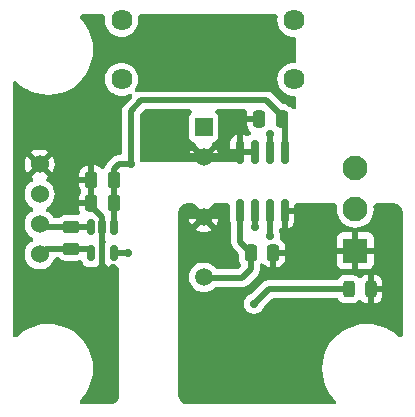
<source format=gtl>
G04 #@! TF.GenerationSoftware,KiCad,Pcbnew,8.0.7*
G04 #@! TF.CreationDate,2025-01-24T14:26:26+01:00*
G04 #@! TF.ProjectId,STM32F4_GateSignalGenerator_GateDriver,53544d33-3246-4345-9f47-617465536967,rev?*
G04 #@! TF.SameCoordinates,Original*
G04 #@! TF.FileFunction,Copper,L1,Top*
G04 #@! TF.FilePolarity,Positive*
%FSLAX46Y46*%
G04 Gerber Fmt 4.6, Leading zero omitted, Abs format (unit mm)*
G04 Created by KiCad (PCBNEW 8.0.7) date 2025-01-24 14:26:26*
%MOMM*%
%LPD*%
G01*
G04 APERTURE LIST*
G04 Aperture macros list*
%AMRoundRect*
0 Rectangle with rounded corners*
0 $1 Rounding radius*
0 $2 $3 $4 $5 $6 $7 $8 $9 X,Y pos of 4 corners*
0 Add a 4 corners polygon primitive as box body*
4,1,4,$2,$3,$4,$5,$6,$7,$8,$9,$2,$3,0*
0 Add four circle primitives for the rounded corners*
1,1,$1+$1,$2,$3*
1,1,$1+$1,$4,$5*
1,1,$1+$1,$6,$7*
1,1,$1+$1,$8,$9*
0 Add four rect primitives between the rounded corners*
20,1,$1+$1,$2,$3,$4,$5,0*
20,1,$1+$1,$4,$5,$6,$7,0*
20,1,$1+$1,$6,$7,$8,$9,0*
20,1,$1+$1,$8,$9,$2,$3,0*%
G04 Aperture macros list end*
G04 #@! TA.AperFunction,SMDPad,CuDef*
%ADD10RoundRect,0.243750X0.243750X0.456250X-0.243750X0.456250X-0.243750X-0.456250X0.243750X-0.456250X0*%
G04 #@! TD*
G04 #@! TA.AperFunction,SMDPad,CuDef*
%ADD11RoundRect,0.150000X-0.150000X0.512500X-0.150000X-0.512500X0.150000X-0.512500X0.150000X0.512500X0*%
G04 #@! TD*
G04 #@! TA.AperFunction,SMDPad,CuDef*
%ADD12RoundRect,0.250000X0.250000X0.475000X-0.250000X0.475000X-0.250000X-0.475000X0.250000X-0.475000X0*%
G04 #@! TD*
G04 #@! TA.AperFunction,SMDPad,CuDef*
%ADD13RoundRect,0.150000X-0.150000X0.825000X-0.150000X-0.825000X0.150000X-0.825000X0.150000X0.825000X0*%
G04 #@! TD*
G04 #@! TA.AperFunction,ComponentPad*
%ADD14C,1.785000*%
G04 #@! TD*
G04 #@! TA.AperFunction,ComponentPad*
%ADD15R,1.500000X1.500000*%
G04 #@! TD*
G04 #@! TA.AperFunction,ComponentPad*
%ADD16C,1.500000*%
G04 #@! TD*
G04 #@! TA.AperFunction,SMDPad,CuDef*
%ADD17RoundRect,0.250000X-0.450000X0.262500X-0.450000X-0.262500X0.450000X-0.262500X0.450000X0.262500X0*%
G04 #@! TD*
G04 #@! TA.AperFunction,ComponentPad*
%ADD18C,1.524000*%
G04 #@! TD*
G04 #@! TA.AperFunction,ComponentPad*
%ADD19R,2.100000X2.100000*%
G04 #@! TD*
G04 #@! TA.AperFunction,ComponentPad*
%ADD20C,2.100000*%
G04 #@! TD*
G04 #@! TA.AperFunction,ViaPad*
%ADD21C,0.700000*%
G04 #@! TD*
G04 #@! TA.AperFunction,Conductor*
%ADD22C,0.750000*%
G04 #@! TD*
G04 #@! TA.AperFunction,Conductor*
%ADD23C,0.500000*%
G04 #@! TD*
G04 APERTURE END LIST*
D10*
X148807500Y-116760000D03*
X146932500Y-116760000D03*
D11*
X127040000Y-111467500D03*
X126090000Y-111467500D03*
X125140000Y-111467500D03*
X125140000Y-113742500D03*
X127040000Y-113742500D03*
D12*
X140540000Y-113670000D03*
X138640000Y-113670000D03*
D13*
X141535000Y-105165000D03*
X140265000Y-105165000D03*
X138995000Y-105165000D03*
X137725000Y-105165000D03*
X137725000Y-110115000D03*
X138995000Y-110115000D03*
X140265000Y-110115000D03*
X141535000Y-110115000D03*
D12*
X141250000Y-102340000D03*
X139350000Y-102340000D03*
D14*
X127700000Y-99000000D03*
X127700000Y-94000000D03*
D15*
X134659700Y-103062500D03*
D16*
X134659700Y-105602500D03*
X134659700Y-110682500D03*
X134659700Y-115762500D03*
D14*
X142300000Y-99000000D03*
X142300000Y-94000000D03*
D17*
X123440000Y-111505000D03*
X123440000Y-113330000D03*
D12*
X127040988Y-107515907D03*
X125140988Y-107515907D03*
D18*
X120775000Y-113830000D03*
X120775000Y-111290000D03*
X120775000Y-108750000D03*
X120775000Y-106210000D03*
D19*
X147500000Y-113500000D03*
D20*
X147500000Y-110000000D03*
X147500000Y-106500000D03*
D12*
X127040000Y-109480000D03*
X125140000Y-109480000D03*
D21*
X133000000Y-116000000D03*
X145000000Y-126000000D03*
X139000000Y-126000000D03*
X147671896Y-119200000D03*
X136500000Y-110500000D03*
X145065352Y-120704889D03*
X133000000Y-121000000D03*
X140500000Y-115500000D03*
X149500000Y-113500000D03*
X141000000Y-118000000D03*
X133000000Y-125000000D03*
X146235948Y-119722642D03*
X141000000Y-126000000D03*
X133000000Y-120000000D03*
X151000000Y-117000000D03*
X151000000Y-120000000D03*
X133000000Y-115000000D03*
X133000000Y-123000000D03*
X136000000Y-126000000D03*
X144000000Y-126000000D03*
X151000000Y-114000000D03*
X133000000Y-124000000D03*
X151000000Y-116000000D03*
X143500000Y-113500000D03*
X133000000Y-117000000D03*
X145500000Y-113500000D03*
X137000000Y-126000000D03*
X143500000Y-110000000D03*
X144035948Y-123533154D03*
X151000000Y-119000000D03*
X133000000Y-118000000D03*
X140000000Y-126000000D03*
X133000000Y-112000000D03*
X144301300Y-122028265D03*
X143000000Y-126000000D03*
X138000000Y-126000000D03*
X151000000Y-115000000D03*
X133000000Y-110500000D03*
X133000000Y-122000000D03*
X151000000Y-112000000D03*
X133000000Y-114000000D03*
X144301300Y-125038043D03*
X145500000Y-115500000D03*
X151000000Y-113000000D03*
X133000000Y-113000000D03*
X145000000Y-110000000D03*
X135000000Y-126000000D03*
X133000000Y-119000000D03*
X151000000Y-118000000D03*
X142000000Y-126000000D03*
X134000000Y-126000000D03*
X149200000Y-119200000D03*
X145500000Y-118000000D03*
X133000000Y-126000000D03*
X136500000Y-114000000D03*
X137000000Y-99500000D03*
X119000000Y-101000000D03*
X127000000Y-125000000D03*
X119000000Y-109000000D03*
X119000000Y-103000000D03*
X124870596Y-120682247D03*
X119000000Y-113000000D03*
X127000000Y-120000000D03*
X136800000Y-102300000D03*
X127000000Y-117000000D03*
X119000000Y-100000000D03*
X139000000Y-94000000D03*
X119000000Y-115000000D03*
X132000000Y-94000000D03*
X120735948Y-119177358D03*
X120735948Y-100833154D03*
X127000000Y-118000000D03*
X125900000Y-123510512D03*
X119000000Y-111000000D03*
X134000000Y-94000000D03*
X119000000Y-118000000D03*
X119000000Y-102000000D03*
X125634648Y-125015401D03*
X125000000Y-126000000D03*
X119000000Y-105000000D03*
X136000000Y-94000000D03*
X119000000Y-107000000D03*
X127000000Y-119000000D03*
X119000000Y-104000000D03*
X138000000Y-94000000D03*
X119000000Y-117000000D03*
X119000000Y-108000000D03*
X127000000Y-123000000D03*
X122264052Y-100833154D03*
X119000000Y-116000000D03*
X137000000Y-94000000D03*
X138500000Y-99500000D03*
X127000000Y-124000000D03*
X131000000Y-94000000D03*
X135500000Y-99500000D03*
X119000000Y-110000000D03*
X140000000Y-94000000D03*
X126000000Y-126000000D03*
X134000000Y-99500000D03*
X119000000Y-114000000D03*
X135000000Y-94000000D03*
X125634648Y-122005623D03*
X137900000Y-102300000D03*
X123700000Y-119700000D03*
X119000000Y-112000000D03*
X119000000Y-106000000D03*
X127000000Y-122000000D03*
X119000000Y-120000000D03*
X119000000Y-119000000D03*
X133000000Y-94000000D03*
X122000000Y-110000000D03*
X142000000Y-101000000D03*
X127000000Y-116000000D03*
X122000000Y-115000000D03*
X127000000Y-126000000D03*
X127000000Y-115000000D03*
X127000000Y-121000000D03*
X122264052Y-119177358D03*
X128480000Y-106200000D03*
X140270000Y-112300000D03*
X138995000Y-111535000D03*
X138920000Y-118000000D03*
X140260000Y-103640000D03*
X128280000Y-113710000D03*
D22*
X133130100Y-110369900D02*
X133000000Y-110500000D01*
X136369900Y-110369900D02*
X133130100Y-110369900D01*
X136500000Y-110500000D02*
X136369900Y-110369900D01*
D23*
X137725000Y-112755000D02*
X138640000Y-113670000D01*
X137725000Y-110115000D02*
X137725000Y-112755000D01*
X138640000Y-115080000D02*
X137920000Y-115800000D01*
X134697200Y-115800000D02*
X134659700Y-115762500D01*
X138640000Y-113670000D02*
X138640000Y-115080000D01*
X137920000Y-115800000D02*
X134697200Y-115800000D01*
X125140000Y-107516895D02*
X125140988Y-107515907D01*
X126090000Y-115200000D02*
X126090000Y-115590000D01*
D22*
X132102500Y-105602500D02*
X132100000Y-105600000D01*
X134659700Y-105602500D02*
X132102500Y-105602500D01*
X137597500Y-105602500D02*
X137600000Y-105600000D01*
X134659700Y-105602500D02*
X137597500Y-105602500D01*
D23*
X126090000Y-111467500D02*
X126090000Y-115200000D01*
X126090000Y-110660000D02*
X125140000Y-109710000D01*
X126090000Y-111467500D02*
X126090000Y-110660000D01*
X125140000Y-109710000D02*
X125140000Y-109480000D01*
X128480000Y-101700000D02*
X129390000Y-100790000D01*
X139960000Y-100790000D02*
X141250000Y-102080000D01*
X128480000Y-106200000D02*
X127460000Y-106200000D01*
X129390000Y-100790000D02*
X139960000Y-100790000D01*
X141535000Y-105165000D02*
X141535000Y-102625000D01*
X127040988Y-109479012D02*
X127040000Y-109480000D01*
X128480000Y-106200000D02*
X128480000Y-101700000D01*
X127040988Y-107515907D02*
X127040988Y-109479012D01*
X141250000Y-102080000D02*
X141250000Y-102340000D01*
X141535000Y-102625000D02*
X141250000Y-102340000D01*
X127040988Y-106619012D02*
X127040988Y-107515907D01*
X127460000Y-106200000D02*
X127040988Y-106619012D01*
X127040000Y-109480000D02*
X127040000Y-111467500D01*
X140265000Y-112295000D02*
X140270000Y-112300000D01*
X140265000Y-110115000D02*
X140265000Y-112295000D01*
X138995000Y-110115000D02*
X138995000Y-111535000D01*
X140160000Y-116760000D02*
X138920000Y-118000000D01*
X146932500Y-116760000D02*
X140160000Y-116760000D01*
X125140000Y-111467500D02*
X123477500Y-111467500D01*
X123477500Y-111467500D02*
X123440000Y-111505000D01*
X123440000Y-111505000D02*
X120990000Y-111505000D01*
X120990000Y-111505000D02*
X120775000Y-111290000D01*
X123440000Y-113330000D02*
X121275000Y-113330000D01*
X123440000Y-113330000D02*
X125150000Y-113330000D01*
X121275000Y-113330000D02*
X120775000Y-113830000D01*
X128247500Y-113742500D02*
X127040000Y-113742500D01*
X128280000Y-113710000D02*
X128247500Y-113742500D01*
X140265000Y-104190001D02*
X140260000Y-104185001D01*
X140260000Y-104185001D02*
X140260000Y-103640000D01*
X140265000Y-105165000D02*
X140265000Y-104190001D01*
G04 #@! TA.AperFunction,Conductor*
G36*
X133871697Y-109538006D02*
G01*
X133892205Y-109566232D01*
X133894596Y-109563842D01*
X134527016Y-110196262D01*
X134376473Y-110258620D01*
X134235820Y-110399273D01*
X134173463Y-110549816D01*
X133616715Y-109993068D01*
X133544749Y-110097331D01*
X133544749Y-110097332D01*
X133437110Y-110381153D01*
X133437108Y-110381158D01*
X133400519Y-110682500D01*
X133437108Y-110983841D01*
X133437110Y-110983846D01*
X133544748Y-111267666D01*
X133544753Y-111267675D01*
X133616714Y-111371929D01*
X133616715Y-111371930D01*
X134173462Y-110815182D01*
X134235820Y-110965727D01*
X134376473Y-111106380D01*
X134527016Y-111168736D01*
X133965759Y-111729992D01*
X133965759Y-111729993D01*
X134213188Y-111859854D01*
X134507925Y-111932500D01*
X134811475Y-111932500D01*
X135106216Y-111859853D01*
X135106217Y-111859853D01*
X135353639Y-111729995D01*
X135353639Y-111729993D01*
X134792383Y-111168736D01*
X134942927Y-111106380D01*
X135083580Y-110965727D01*
X135145937Y-110815183D01*
X135702684Y-111371930D01*
X135774648Y-111267672D01*
X135774650Y-111267668D01*
X135882289Y-110983846D01*
X135882291Y-110983841D01*
X135918880Y-110682500D01*
X135882291Y-110381158D01*
X135882289Y-110381153D01*
X135774651Y-110097333D01*
X135774646Y-110097324D01*
X135702683Y-109993068D01*
X135145936Y-110549816D01*
X135083580Y-110399273D01*
X134942927Y-110258620D01*
X134792383Y-110196263D01*
X135424803Y-109563842D01*
X135428472Y-109567511D01*
X135475387Y-109521153D01*
X135564671Y-109500000D01*
X136725500Y-109500000D01*
X136842469Y-109538006D01*
X136914760Y-109637506D01*
X136924500Y-109699000D01*
X136924500Y-111016231D01*
X136936971Y-111110956D01*
X136936973Y-111110964D01*
X136955854Y-111151452D01*
X136974500Y-111235555D01*
X136974500Y-112656195D01*
X136974500Y-112853805D01*
X137025645Y-113044683D01*
X137124451Y-113215818D01*
X137124457Y-113215825D01*
X137581214Y-113672581D01*
X137637050Y-113782164D01*
X137639500Y-113813295D01*
X137639500Y-114216220D01*
X137660754Y-114362105D01*
X137660755Y-114362108D01*
X137770760Y-114587126D01*
X137770761Y-114587128D01*
X137780419Y-114596786D01*
X137836255Y-114706370D01*
X137817015Y-114827844D01*
X137780419Y-114878214D01*
X137667419Y-114991214D01*
X137557835Y-115047050D01*
X137526705Y-115049500D01*
X135791467Y-115049500D01*
X135674498Y-115011494D01*
X135627693Y-114963544D01*
X135602592Y-114927179D01*
X135602586Y-114927172D01*
X135451051Y-114792924D01*
X135375283Y-114725800D01*
X135375282Y-114725799D01*
X135154894Y-114610131D01*
X135106390Y-114584674D01*
X134811538Y-114512000D01*
X134507862Y-114512000D01*
X134213010Y-114584674D01*
X133944117Y-114725799D01*
X133944115Y-114725801D01*
X133716813Y-114927172D01*
X133544304Y-115177095D01*
X133544301Y-115177099D01*
X133436619Y-115461034D01*
X133436619Y-115461036D01*
X133400015Y-115762499D01*
X133400015Y-115762500D01*
X133436619Y-116063963D01*
X133436619Y-116063965D01*
X133544301Y-116347900D01*
X133544303Y-116347902D01*
X133544304Y-116347905D01*
X133716812Y-116597826D01*
X133944117Y-116799200D01*
X134213010Y-116940326D01*
X134507862Y-117013000D01*
X134507864Y-117013000D01*
X134811536Y-117013000D01*
X134811538Y-117013000D01*
X135106390Y-116940326D01*
X135375283Y-116799200D01*
X135599518Y-116600546D01*
X135712273Y-116551429D01*
X135731479Y-116550500D01*
X138018803Y-116550500D01*
X138018805Y-116550500D01*
X138209683Y-116499355D01*
X138380818Y-116400549D01*
X139240549Y-115540818D01*
X139339355Y-115369682D01*
X139390500Y-115178805D01*
X139390500Y-114981195D01*
X139390500Y-114788295D01*
X139428506Y-114671326D01*
X139448786Y-114647581D01*
X139449640Y-114646727D01*
X139559224Y-114590891D01*
X139680698Y-114610131D01*
X139731068Y-114646727D01*
X139848165Y-114763824D01*
X140073042Y-114873760D01*
X140218824Y-114895000D01*
X140290000Y-114895000D01*
X140790000Y-114895000D01*
X140861176Y-114895000D01*
X141006957Y-114873760D01*
X141231834Y-114763824D01*
X141408824Y-114586834D01*
X141518760Y-114361957D01*
X141540000Y-114216175D01*
X141540000Y-113920000D01*
X140790000Y-113920000D01*
X140790000Y-114895000D01*
X140290000Y-114895000D01*
X140290000Y-113869000D01*
X140328006Y-113752031D01*
X140427506Y-113679740D01*
X140489000Y-113670000D01*
X140540000Y-113670000D01*
X140540000Y-113619000D01*
X140578006Y-113502031D01*
X140677506Y-113429740D01*
X140739000Y-113420000D01*
X141540000Y-113420000D01*
X141540000Y-113123824D01*
X141518760Y-112978042D01*
X141408824Y-112753165D01*
X141231834Y-112576175D01*
X141231828Y-112576171D01*
X141229903Y-112575230D01*
X141228193Y-112573575D01*
X141218412Y-112566592D01*
X141219459Y-112565125D01*
X141141512Y-112489713D01*
X141125912Y-112400752D01*
X145950000Y-112400752D01*
X145950000Y-113250000D01*
X146894057Y-113250000D01*
X146850000Y-113414426D01*
X146850000Y-113585574D01*
X146894057Y-113750000D01*
X145950000Y-113750000D01*
X145950000Y-114599247D01*
X145979010Y-114745090D01*
X145979010Y-114745091D01*
X146089519Y-114910479D01*
X146089520Y-114910480D01*
X146254908Y-115020989D01*
X146400753Y-115050000D01*
X147250000Y-115050000D01*
X147250000Y-114105942D01*
X147414426Y-114150000D01*
X147585574Y-114150000D01*
X147750000Y-114105942D01*
X147750000Y-115050000D01*
X148599247Y-115050000D01*
X148745090Y-115020989D01*
X148745091Y-115020989D01*
X148910479Y-114910480D01*
X148910480Y-114910479D01*
X149020989Y-114745091D01*
X149020989Y-114745090D01*
X149050000Y-114599247D01*
X149050000Y-113750000D01*
X148105943Y-113750000D01*
X148150000Y-113585574D01*
X148150000Y-113414426D01*
X148105943Y-113250000D01*
X149050000Y-113250000D01*
X149050000Y-112400752D01*
X149020989Y-112254909D01*
X149020989Y-112254908D01*
X148910480Y-112089520D01*
X148910479Y-112089519D01*
X148745091Y-111979010D01*
X148599247Y-111950000D01*
X147750000Y-111950000D01*
X147750000Y-112894057D01*
X147585574Y-112850000D01*
X147414426Y-112850000D01*
X147250000Y-112894057D01*
X147250000Y-111950000D01*
X146400753Y-111950000D01*
X146254909Y-111979010D01*
X146254908Y-111979010D01*
X146089520Y-112089519D01*
X146089519Y-112089520D01*
X145979010Y-112254908D01*
X145979010Y-112254909D01*
X145950000Y-112400752D01*
X141125912Y-112400752D01*
X141120269Y-112368572D01*
X141120756Y-112365321D01*
X141122556Y-112353957D01*
X141131102Y-112300000D01*
X141088957Y-112033905D01*
X141060987Y-111979010D01*
X141037190Y-111932306D01*
X141015500Y-111841962D01*
X141015500Y-111778297D01*
X141053506Y-111661328D01*
X141153006Y-111589037D01*
X141240473Y-111580999D01*
X141285000Y-111586860D01*
X141785000Y-111586860D01*
X141855827Y-111577537D01*
X142063576Y-111480661D01*
X142225660Y-111318577D01*
X142225662Y-111318574D01*
X142322535Y-111110830D01*
X142322537Y-111110824D01*
X142334999Y-111016167D01*
X142335000Y-111016164D01*
X142335000Y-110365000D01*
X141785000Y-110365000D01*
X141785000Y-111586860D01*
X141285000Y-111586860D01*
X141285000Y-110314000D01*
X141323006Y-110197031D01*
X141422506Y-110124740D01*
X141484000Y-110115000D01*
X141535000Y-110115000D01*
X141535000Y-110064000D01*
X141573006Y-109947031D01*
X141672506Y-109874740D01*
X141734000Y-109865000D01*
X142335000Y-109865000D01*
X142335000Y-109699000D01*
X142373006Y-109582031D01*
X142472506Y-109509740D01*
X142534000Y-109500000D01*
X145773345Y-109500000D01*
X145890314Y-109538006D01*
X145962605Y-109637506D01*
X145971093Y-109721275D01*
X145939689Y-110000000D01*
X145978809Y-110347202D01*
X145978809Y-110347204D01*
X145978810Y-110347205D01*
X146094207Y-110676992D01*
X146094207Y-110676993D01*
X146140681Y-110750955D01*
X146280100Y-110972838D01*
X146280103Y-110972841D01*
X146280103Y-110972842D01*
X146527157Y-111219896D01*
X146527159Y-111219897D01*
X146527162Y-111219900D01*
X146823006Y-111405792D01*
X147152798Y-111521191D01*
X147500000Y-111560311D01*
X147847202Y-111521191D01*
X148176994Y-111405792D01*
X148472838Y-111219900D01*
X148719900Y-110972838D01*
X148905792Y-110676994D01*
X149021191Y-110347202D01*
X149060311Y-110000000D01*
X149028906Y-109721277D01*
X149053576Y-109600792D01*
X149144356Y-109517815D01*
X149226655Y-109500000D01*
X150734338Y-109500000D01*
X150765468Y-109502450D01*
X150795507Y-109507207D01*
X150950635Y-109531777D01*
X151009844Y-109551016D01*
X151042218Y-109567511D01*
X151162756Y-109628928D01*
X151213126Y-109665524D01*
X151334475Y-109786873D01*
X151371071Y-109837243D01*
X151448982Y-109990152D01*
X151468222Y-110049365D01*
X151497550Y-110234531D01*
X151500000Y-110265662D01*
X151500000Y-120659252D01*
X151461994Y-120776221D01*
X151362494Y-120848512D01*
X151239506Y-120848512D01*
X151160286Y-120799966D01*
X150988477Y-120628157D01*
X150988473Y-120628154D01*
X150988471Y-120628152D01*
X150842173Y-120518635D01*
X150554435Y-120303236D01*
X150078579Y-120043399D01*
X150078575Y-120043397D01*
X149570590Y-119853929D01*
X149570588Y-119853928D01*
X149570584Y-119853927D01*
X149188085Y-119770719D01*
X149040797Y-119738679D01*
X148500000Y-119700000D01*
X147959202Y-119738679D01*
X147664624Y-119802760D01*
X147429416Y-119853927D01*
X147429413Y-119853927D01*
X147429413Y-119853928D01*
X147429409Y-119853929D01*
X146921424Y-120043397D01*
X146921420Y-120043399D01*
X146445564Y-120303236D01*
X146011522Y-120628157D01*
X145628157Y-121011522D01*
X145303236Y-121445564D01*
X145043399Y-121921420D01*
X145043397Y-121921424D01*
X144853929Y-122429409D01*
X144853927Y-122429413D01*
X144853927Y-122429416D01*
X144738679Y-122959204D01*
X144700000Y-123500000D01*
X144738679Y-124040796D01*
X144853927Y-124570584D01*
X144853928Y-124570586D01*
X144853929Y-124570590D01*
X145043397Y-125078575D01*
X145043399Y-125078579D01*
X145303236Y-125554435D01*
X145461213Y-125765467D01*
X145628152Y-125988471D01*
X145628154Y-125988473D01*
X145628157Y-125988477D01*
X145799966Y-126160286D01*
X145855802Y-126269870D01*
X145836562Y-126391344D01*
X145749596Y-126478310D01*
X145659252Y-126500000D01*
X133265662Y-126500000D01*
X133234531Y-126497550D01*
X133049365Y-126468222D01*
X132990152Y-126448982D01*
X132837243Y-126371071D01*
X132786873Y-126334475D01*
X132665524Y-126213126D01*
X132628928Y-126162756D01*
X132551016Y-126009844D01*
X132531777Y-125950633D01*
X132502450Y-125765467D01*
X132500000Y-125734337D01*
X132500000Y-117999999D01*
X138058898Y-117999999D01*
X138058898Y-118000000D01*
X138101042Y-118266091D01*
X138101044Y-118266098D01*
X138223353Y-118506143D01*
X138413856Y-118696646D01*
X138653901Y-118818955D01*
X138653905Y-118818957D01*
X138853476Y-118850565D01*
X138919999Y-118861102D01*
X138920000Y-118861102D01*
X138920001Y-118861102D01*
X138973219Y-118852673D01*
X139186095Y-118818957D01*
X139426143Y-118696646D01*
X139616646Y-118506143D01*
X139746068Y-118252140D01*
X139749440Y-118253858D01*
X139784138Y-118197227D01*
X140412581Y-117568786D01*
X140522165Y-117512950D01*
X140553295Y-117510500D01*
X145879953Y-117510500D01*
X145996922Y-117548506D01*
X146058730Y-117622096D01*
X146074668Y-117654696D01*
X146250304Y-117830332D01*
X146473452Y-117939423D01*
X146618116Y-117960500D01*
X147246884Y-117960500D01*
X147391548Y-117939423D01*
X147614696Y-117830332D01*
X147729639Y-117715389D01*
X147839223Y-117659553D01*
X147960697Y-117678793D01*
X148011067Y-117715389D01*
X148125597Y-117829919D01*
X148125599Y-117829920D01*
X148348598Y-117938937D01*
X148348596Y-117938937D01*
X148493159Y-117959998D01*
X148493172Y-117959999D01*
X148557500Y-117959999D01*
X149057500Y-117959999D01*
X149121834Y-117959999D01*
X149266400Y-117938937D01*
X149266404Y-117938936D01*
X149489400Y-117829920D01*
X149489402Y-117829919D01*
X149664919Y-117654402D01*
X149664920Y-117654400D01*
X149773937Y-117431402D01*
X149795000Y-117286834D01*
X149795000Y-117010000D01*
X149057500Y-117010000D01*
X149057500Y-117959999D01*
X148557500Y-117959999D01*
X148557500Y-116510000D01*
X149057500Y-116510000D01*
X149794999Y-116510000D01*
X149794999Y-116233166D01*
X149773937Y-116088599D01*
X149773936Y-116088595D01*
X149664920Y-115865599D01*
X149664919Y-115865597D01*
X149489402Y-115690080D01*
X149489400Y-115690079D01*
X149266401Y-115581062D01*
X149266403Y-115581062D01*
X149121835Y-115560000D01*
X149057500Y-115560000D01*
X149057500Y-116510000D01*
X148557500Y-116510000D01*
X148557500Y-115560000D01*
X148493165Y-115560000D01*
X148348599Y-115581062D01*
X148348595Y-115581063D01*
X148125599Y-115690079D01*
X148125597Y-115690080D01*
X148011067Y-115804611D01*
X147901483Y-115860447D01*
X147780009Y-115841207D01*
X147729639Y-115804611D01*
X147614695Y-115689667D01*
X147498040Y-115632638D01*
X147391548Y-115580577D01*
X147391546Y-115580576D01*
X147391545Y-115580576D01*
X147246884Y-115559500D01*
X146618116Y-115559500D01*
X146473454Y-115580576D01*
X146473453Y-115580576D01*
X146250305Y-115689667D01*
X146074669Y-115865302D01*
X146074668Y-115865303D01*
X146074668Y-115865304D01*
X146058731Y-115897902D01*
X145973216Y-115986293D01*
X145879953Y-116009500D01*
X140061195Y-116009500D01*
X139870319Y-116060644D01*
X139870309Y-116060649D01*
X139699185Y-116159448D01*
X139699180Y-116159452D01*
X138722771Y-117135860D01*
X138666143Y-117170568D01*
X138667858Y-117173933D01*
X138413856Y-117303353D01*
X138223353Y-117493856D01*
X138101044Y-117733901D01*
X138101042Y-117733908D01*
X138058898Y-117999999D01*
X132500000Y-117999999D01*
X132500000Y-110265662D01*
X132502450Y-110234532D01*
X132506116Y-110211383D01*
X132531778Y-110049362D01*
X132551015Y-109990157D01*
X132628929Y-109837240D01*
X132665521Y-109786876D01*
X132786876Y-109665521D01*
X132837240Y-109628929D01*
X132990157Y-109551015D01*
X133049362Y-109531778D01*
X133211383Y-109506116D01*
X133234532Y-109502450D01*
X133265662Y-109500000D01*
X133754728Y-109500000D01*
X133871697Y-109538006D01*
G37*
G04 #@! TD.AperFunction*
G04 #@! TA.AperFunction,Conductor*
G36*
X126249824Y-93538006D02*
G01*
X126322115Y-93637506D01*
X126330404Y-93722986D01*
X126296769Y-93999998D01*
X126296769Y-94000000D01*
X126337544Y-94335813D01*
X126337545Y-94335820D01*
X126457499Y-94652112D01*
X126457500Y-94652114D01*
X126649664Y-94930510D01*
X126649667Y-94930514D01*
X126786372Y-95051624D01*
X126902871Y-95154834D01*
X126902873Y-95154836D01*
X127052640Y-95233440D01*
X127202407Y-95312044D01*
X127530859Y-95393000D01*
X127530860Y-95393000D01*
X127869140Y-95393000D01*
X127869141Y-95393000D01*
X128197593Y-95312044D01*
X128497126Y-95154836D01*
X128750333Y-94930514D01*
X128942499Y-94652114D01*
X129062456Y-94335815D01*
X129103231Y-94000000D01*
X129069596Y-93722986D01*
X129093226Y-93602289D01*
X129183286Y-93518532D01*
X129267145Y-93500000D01*
X140732855Y-93500000D01*
X140849824Y-93538006D01*
X140922115Y-93637506D01*
X140930404Y-93722986D01*
X140896769Y-93999998D01*
X140896769Y-94000000D01*
X140937544Y-94335813D01*
X140937545Y-94335820D01*
X141057499Y-94652112D01*
X141057500Y-94652114D01*
X141249664Y-94930510D01*
X141249667Y-94930514D01*
X141386372Y-95051624D01*
X141502871Y-95154834D01*
X141502873Y-95154836D01*
X141652640Y-95233440D01*
X141802407Y-95312044D01*
X142130859Y-95393000D01*
X142130860Y-95393000D01*
X142301000Y-95393000D01*
X142417969Y-95431006D01*
X142490260Y-95530506D01*
X142500000Y-95592000D01*
X142500000Y-97408000D01*
X142461994Y-97524969D01*
X142362494Y-97597260D01*
X142301000Y-97607000D01*
X142130856Y-97607000D01*
X141802408Y-97687955D01*
X141502873Y-97845163D01*
X141502871Y-97845165D01*
X141249669Y-98069484D01*
X141249664Y-98069489D01*
X141057500Y-98347885D01*
X141057499Y-98347887D01*
X140937545Y-98664179D01*
X140937544Y-98664184D01*
X140937544Y-98664185D01*
X140896769Y-99000000D01*
X140923940Y-99223779D01*
X140937544Y-99335813D01*
X140937545Y-99335820D01*
X141057499Y-99652112D01*
X141057500Y-99652114D01*
X141185536Y-99837605D01*
X141249667Y-99930514D01*
X141372687Y-100039500D01*
X141502871Y-100154834D01*
X141502873Y-100154836D01*
X141568838Y-100189457D01*
X141802407Y-100312044D01*
X142130859Y-100393000D01*
X142130860Y-100393000D01*
X142301000Y-100393000D01*
X142417969Y-100431006D01*
X142490260Y-100530506D01*
X142500000Y-100592000D01*
X142500000Y-101341569D01*
X142461994Y-101458538D01*
X142362494Y-101530829D01*
X142239506Y-101530829D01*
X142140006Y-101458538D01*
X142122221Y-101428971D01*
X142119240Y-101422874D01*
X142119238Y-101422871D01*
X141942128Y-101245761D01*
X141942126Y-101245760D01*
X141717108Y-101135755D01*
X141717105Y-101135754D01*
X141608324Y-101119905D01*
X141571222Y-101114500D01*
X141571220Y-101114500D01*
X141428295Y-101114500D01*
X141311326Y-101076494D01*
X141287581Y-101056214D01*
X140420825Y-100189457D01*
X140420818Y-100189451D01*
X140249683Y-100090645D01*
X140249680Y-100090644D01*
X140198532Y-100076939D01*
X140058805Y-100039500D01*
X129488804Y-100039500D01*
X129291195Y-100039500D01*
X129210522Y-100061115D01*
X129100318Y-100090644D01*
X129100115Y-100090761D01*
X129099888Y-100090892D01*
X129099540Y-100090966D01*
X129088273Y-100095634D01*
X129087407Y-100093544D01*
X128979588Y-100116459D01*
X128867233Y-100066432D01*
X128805742Y-99959920D01*
X128818600Y-99837605D01*
X128836621Y-99805504D01*
X128942498Y-99652116D01*
X128942500Y-99652112D01*
X129062454Y-99335820D01*
X129062453Y-99335820D01*
X129062456Y-99335815D01*
X129103231Y-99000000D01*
X129062456Y-98664185D01*
X129020833Y-98554435D01*
X128942500Y-98347887D01*
X128942499Y-98347885D01*
X128750335Y-98069489D01*
X128750333Y-98069486D01*
X128633831Y-97966274D01*
X128497128Y-97845165D01*
X128497126Y-97845163D01*
X128197591Y-97687955D01*
X127869143Y-97607000D01*
X127869141Y-97607000D01*
X127530859Y-97607000D01*
X127530856Y-97607000D01*
X127202408Y-97687955D01*
X126902873Y-97845163D01*
X126902871Y-97845165D01*
X126649669Y-98069484D01*
X126649664Y-98069489D01*
X126457500Y-98347885D01*
X126457499Y-98347887D01*
X126337545Y-98664179D01*
X126337544Y-98664184D01*
X126337544Y-98664185D01*
X126296769Y-99000000D01*
X126323940Y-99223779D01*
X126337544Y-99335813D01*
X126337545Y-99335820D01*
X126457499Y-99652112D01*
X126457500Y-99652114D01*
X126585536Y-99837605D01*
X126649667Y-99930514D01*
X126772687Y-100039500D01*
X126902871Y-100154834D01*
X126902873Y-100154836D01*
X126968838Y-100189457D01*
X127202407Y-100312044D01*
X127530859Y-100393000D01*
X127530860Y-100393000D01*
X127869140Y-100393000D01*
X127869141Y-100393000D01*
X128197593Y-100312044D01*
X128321510Y-100247007D01*
X128442743Y-100226300D01*
X128552994Y-100280807D01*
X128610150Y-100389708D01*
X128592381Y-100511406D01*
X128554705Y-100563926D01*
X127879457Y-101239174D01*
X127879451Y-101239181D01*
X127780644Y-101410318D01*
X127773864Y-101435624D01*
X127773864Y-101435625D01*
X127729500Y-101601194D01*
X127729500Y-105250500D01*
X127691494Y-105367469D01*
X127591994Y-105439760D01*
X127530500Y-105449500D01*
X127361195Y-105449500D01*
X127170319Y-105500644D01*
X127127301Y-105525481D01*
X127127300Y-105525480D01*
X126999185Y-105599448D01*
X126999180Y-105599452D01*
X126440445Y-106158186D01*
X126440439Y-106158193D01*
X126341632Y-106329330D01*
X126334852Y-106354636D01*
X126334851Y-106354640D01*
X126318989Y-106413834D01*
X126267487Y-106503038D01*
X126231349Y-106539177D01*
X126121766Y-106595015D01*
X126000291Y-106575777D01*
X125949919Y-106539179D01*
X125832822Y-106422082D01*
X125607945Y-106312146D01*
X125462164Y-106290907D01*
X125390988Y-106290907D01*
X125390988Y-108867491D01*
X125390000Y-108870531D01*
X125390000Y-109281000D01*
X125351994Y-109397969D01*
X125252494Y-109470260D01*
X125191000Y-109480000D01*
X125140000Y-109480000D01*
X125140000Y-109531000D01*
X125101994Y-109647969D01*
X125002494Y-109720260D01*
X124941000Y-109730000D01*
X124140000Y-109730000D01*
X124140000Y-110026175D01*
X124161239Y-110171958D01*
X124161240Y-110171963D01*
X124179469Y-110209250D01*
X124196697Y-110331026D01*
X124139056Y-110439672D01*
X124028564Y-110493687D01*
X123972001Y-110493570D01*
X123961224Y-110492000D01*
X123961222Y-110492000D01*
X122918778Y-110492000D01*
X122885861Y-110496795D01*
X122772894Y-110513254D01*
X122772891Y-110513255D01*
X122547873Y-110623260D01*
X122547871Y-110623261D01*
X122474919Y-110696214D01*
X122365335Y-110752050D01*
X122334205Y-110754500D01*
X122043866Y-110754500D01*
X121926897Y-110716494D01*
X121880094Y-110668547D01*
X121726936Y-110446659D01*
X121719049Y-110439672D01*
X121497449Y-110243351D01*
X121497445Y-110243349D01*
X121407620Y-110196205D01*
X121321711Y-110108196D01*
X121303940Y-109986498D01*
X121361096Y-109877597D01*
X121407621Y-109843794D01*
X121429460Y-109832332D01*
X121497449Y-109796649D01*
X121726936Y-109593341D01*
X121901099Y-109341022D01*
X122009818Y-109054355D01*
X122024453Y-108933824D01*
X124140000Y-108933824D01*
X124140000Y-109230000D01*
X124890000Y-109230000D01*
X124890000Y-108128416D01*
X124890988Y-108125375D01*
X124890988Y-107765907D01*
X124140988Y-107765907D01*
X124140988Y-108062082D01*
X124162227Y-108207865D01*
X124162227Y-108207866D01*
X124260821Y-108409542D01*
X124278049Y-108531318D01*
X124260821Y-108584342D01*
X124161239Y-108788040D01*
X124161239Y-108788041D01*
X124140000Y-108933824D01*
X122024453Y-108933824D01*
X122046773Y-108750000D01*
X122009818Y-108445645D01*
X121919640Y-108207866D01*
X121901100Y-108158980D01*
X121901099Y-108158978D01*
X121726936Y-107906659D01*
X121497449Y-107703351D01*
X121497448Y-107703350D01*
X121407082Y-107655923D01*
X121321173Y-107567912D01*
X121303403Y-107446214D01*
X121360558Y-107337313D01*
X121407082Y-107303512D01*
X121477826Y-107266382D01*
X121477826Y-107266380D01*
X121181178Y-106969731D01*
X124140988Y-106969731D01*
X124140988Y-107265907D01*
X124890988Y-107265907D01*
X124890988Y-106290907D01*
X124819812Y-106290907D01*
X124674030Y-106312146D01*
X124449153Y-106422082D01*
X124272163Y-106599072D01*
X124162227Y-106823949D01*
X124140988Y-106969731D01*
X121181178Y-106969731D01*
X120913806Y-106702359D01*
X121062759Y-106640661D01*
X121205661Y-106497759D01*
X121267359Y-106348806D01*
X121826609Y-106908056D01*
X121900655Y-106800784D01*
X122009327Y-106514238D01*
X122009327Y-106514236D01*
X122046268Y-106210000D01*
X122009327Y-105905763D01*
X122009327Y-105905761D01*
X121900655Y-105619215D01*
X121900652Y-105619210D01*
X121826609Y-105511942D01*
X121267359Y-106071193D01*
X121205661Y-105922241D01*
X121062759Y-105779339D01*
X120913806Y-105717640D01*
X121477826Y-105153618D01*
X121225794Y-105021341D01*
X120928237Y-104948000D01*
X120621762Y-104948000D01*
X120324205Y-105021341D01*
X120324204Y-105021341D01*
X120072172Y-105153618D01*
X120636194Y-105717640D01*
X120487241Y-105779339D01*
X120344339Y-105922241D01*
X120282640Y-106071194D01*
X119723388Y-105511942D01*
X119649349Y-105619207D01*
X119649344Y-105619216D01*
X119540672Y-105905761D01*
X119540672Y-105905763D01*
X119503731Y-106210000D01*
X119540672Y-106514236D01*
X119540672Y-106514238D01*
X119649345Y-106800785D01*
X119649347Y-106800789D01*
X119723388Y-106908055D01*
X120282640Y-106348805D01*
X120344339Y-106497759D01*
X120487241Y-106640661D01*
X120636193Y-106702359D01*
X120072172Y-107266379D01*
X120072172Y-107266382D01*
X120142917Y-107303512D01*
X120228826Y-107391522D01*
X120246596Y-107513221D01*
X120189440Y-107622122D01*
X120142918Y-107655922D01*
X120052554Y-107703348D01*
X120052550Y-107703351D01*
X119823065Y-107906657D01*
X119648899Y-108158980D01*
X119540182Y-108445643D01*
X119503227Y-108749999D01*
X119503227Y-108750000D01*
X119540182Y-109054356D01*
X119648899Y-109341019D01*
X119648900Y-109341021D01*
X119648901Y-109341022D01*
X119823064Y-109593341D01*
X120052551Y-109796649D01*
X120120536Y-109832330D01*
X120142379Y-109843794D01*
X120228288Y-109931805D01*
X120246059Y-110053503D01*
X120188903Y-110162404D01*
X120142380Y-110196205D01*
X120052555Y-110243349D01*
X120052551Y-110243351D01*
X120052550Y-110243351D01*
X119823065Y-110446657D01*
X119648899Y-110698980D01*
X119540182Y-110985643D01*
X119503227Y-111289999D01*
X119503227Y-111290000D01*
X119540182Y-111594356D01*
X119648899Y-111881019D01*
X119648900Y-111881021D01*
X119648901Y-111881022D01*
X119800349Y-112100433D01*
X119823065Y-112133342D01*
X119887449Y-112190381D01*
X120052551Y-112336649D01*
X120142379Y-112383794D01*
X120228288Y-112471805D01*
X120246059Y-112593503D01*
X120188903Y-112702404D01*
X120142379Y-112736206D01*
X120052551Y-112783351D01*
X120052550Y-112783351D01*
X119823065Y-112986657D01*
X119648899Y-113238980D01*
X119540182Y-113525643D01*
X119503227Y-113829999D01*
X119503227Y-113830000D01*
X119540182Y-114134356D01*
X119648899Y-114421019D01*
X119648900Y-114421021D01*
X119648901Y-114421022D01*
X119711698Y-114512000D01*
X119823065Y-114673342D01*
X119931191Y-114769133D01*
X120052551Y-114876649D01*
X120275873Y-114993857D01*
X120324025Y-115019129D01*
X120520655Y-115067593D01*
X120621705Y-115092500D01*
X120621706Y-115092500D01*
X120928294Y-115092500D01*
X120928295Y-115092500D01*
X121225973Y-115019129D01*
X121225974Y-115019129D01*
X121225974Y-115019128D01*
X121225977Y-115019128D01*
X121497449Y-114876649D01*
X121726936Y-114673341D01*
X121901099Y-114421022D01*
X121906552Y-114406646D01*
X121981534Y-114208934D01*
X122058547Y-114113043D01*
X122167602Y-114080500D01*
X122334205Y-114080500D01*
X122451174Y-114118506D01*
X122474919Y-114138786D01*
X122547872Y-114211739D01*
X122659060Y-114266095D01*
X122772891Y-114321744D01*
X122772894Y-114321745D01*
X122918778Y-114343000D01*
X122918780Y-114343000D01*
X123961220Y-114343000D01*
X123961222Y-114343000D01*
X124107106Y-114321745D01*
X124107109Y-114321743D01*
X124112879Y-114319961D01*
X124118766Y-114320046D01*
X124122399Y-114319517D01*
X124122483Y-114320099D01*
X124235855Y-114321740D01*
X124334299Y-114395462D01*
X124351985Y-114425989D01*
X124419653Y-114571102D01*
X124448921Y-114633867D01*
X124611133Y-114796079D01*
X124819041Y-114893028D01*
X124897843Y-114903402D01*
X124913768Y-114905499D01*
X124913774Y-114905500D01*
X124913776Y-114905500D01*
X125366226Y-114905500D01*
X125366229Y-114905499D01*
X125460959Y-114893028D01*
X125668867Y-114796079D01*
X125831079Y-114633867D01*
X125909645Y-114465382D01*
X125993523Y-114375434D01*
X126114252Y-114351966D01*
X126225718Y-114403944D01*
X126270355Y-114465382D01*
X126300001Y-114528957D01*
X126348921Y-114633867D01*
X126511133Y-114796079D01*
X126719041Y-114893028D01*
X126797843Y-114903402D01*
X126813768Y-114905499D01*
X126813774Y-114905500D01*
X126813776Y-114905500D01*
X127266221Y-114905500D01*
X127266224Y-114905500D01*
X127275015Y-114904342D01*
X127395944Y-114926747D01*
X127480609Y-115015955D01*
X127500000Y-115101638D01*
X127500000Y-125734337D01*
X127497550Y-125765468D01*
X127468222Y-125950634D01*
X127448982Y-126009847D01*
X127371071Y-126162756D01*
X127334475Y-126213126D01*
X127213126Y-126334475D01*
X127162756Y-126371071D01*
X127009847Y-126448982D01*
X126950634Y-126468222D01*
X126765469Y-126497550D01*
X126734338Y-126500000D01*
X124340748Y-126500000D01*
X124223779Y-126461994D01*
X124151488Y-126362494D01*
X124151488Y-126239506D01*
X124200034Y-126160286D01*
X124371842Y-125988477D01*
X124371848Y-125988471D01*
X124696763Y-125554435D01*
X124956602Y-125078577D01*
X125146073Y-124570584D01*
X125261321Y-124040796D01*
X125300000Y-123500000D01*
X125261321Y-122959204D01*
X125146073Y-122429416D01*
X124956602Y-121921423D01*
X124726487Y-121500000D01*
X124696763Y-121445564D01*
X124535517Y-121230165D01*
X124371848Y-121011529D01*
X124371844Y-121011525D01*
X124371842Y-121011522D01*
X123988477Y-120628157D01*
X123988473Y-120628154D01*
X123988471Y-120628152D01*
X123817280Y-120500000D01*
X123554435Y-120303236D01*
X123078579Y-120043399D01*
X123078575Y-120043397D01*
X122570590Y-119853929D01*
X122570588Y-119853928D01*
X122570584Y-119853927D01*
X122188085Y-119770719D01*
X122040797Y-119738679D01*
X121500000Y-119700000D01*
X120959202Y-119738679D01*
X120664624Y-119802760D01*
X120429416Y-119853927D01*
X120429413Y-119853927D01*
X120429413Y-119853928D01*
X120429409Y-119853929D01*
X119921424Y-120043397D01*
X119921420Y-120043399D01*
X119445564Y-120303236D01*
X119011522Y-120628157D01*
X118839714Y-120799966D01*
X118730130Y-120855802D01*
X118608656Y-120836562D01*
X118521690Y-120749596D01*
X118500000Y-120659252D01*
X118500000Y-99340748D01*
X118538006Y-99223779D01*
X118637506Y-99151488D01*
X118760494Y-99151488D01*
X118839714Y-99200034D01*
X119011522Y-99371842D01*
X119011525Y-99371844D01*
X119011529Y-99371848D01*
X119230165Y-99535517D01*
X119445564Y-99696763D01*
X119703497Y-99837605D01*
X119921423Y-99956602D01*
X120429416Y-100146073D01*
X120959204Y-100261321D01*
X121500000Y-100300000D01*
X122040796Y-100261321D01*
X122570584Y-100146073D01*
X123078577Y-99956602D01*
X123554435Y-99696763D01*
X123988471Y-99371848D01*
X124371848Y-98988471D01*
X124696763Y-98554435D01*
X124956602Y-98078577D01*
X125146073Y-97570584D01*
X125261321Y-97040796D01*
X125300000Y-96500000D01*
X125261321Y-95959204D01*
X125146073Y-95429416D01*
X124956602Y-94921423D01*
X124809547Y-94652112D01*
X124696763Y-94445564D01*
X124535517Y-94230165D01*
X124371848Y-94011529D01*
X124371844Y-94011525D01*
X124371842Y-94011522D01*
X124200034Y-93839714D01*
X124144198Y-93730130D01*
X124163438Y-93608656D01*
X124250404Y-93521690D01*
X124340748Y-93500000D01*
X126132855Y-93500000D01*
X126249824Y-93538006D01*
G37*
G04 #@! TD.AperFunction*
G04 #@! TA.AperFunction,Conductor*
G36*
X126225718Y-112128944D02*
G01*
X126270354Y-112190380D01*
X126321355Y-112299752D01*
X126340000Y-112383852D01*
X126340000Y-112652026D01*
X126371578Y-112705106D01*
X126360324Y-112827578D01*
X126356050Y-112835248D01*
X126356279Y-112835355D01*
X126348921Y-112851132D01*
X126348921Y-112851133D01*
X126330311Y-112891043D01*
X126270355Y-113019618D01*
X126186477Y-113109566D01*
X126065747Y-113133033D01*
X125954282Y-113081055D01*
X125909645Y-113019618D01*
X125849689Y-112891043D01*
X125831079Y-112851133D01*
X125831078Y-112851132D01*
X125823721Y-112835355D01*
X125830096Y-112832382D01*
X125803544Y-112745582D01*
X125840000Y-112639649D01*
X125840000Y-112383852D01*
X125858644Y-112299752D01*
X125909645Y-112190380D01*
X125993523Y-112100433D01*
X126114253Y-112076966D01*
X126225718Y-112128944D01*
G37*
G04 #@! TD.AperFunction*
G04 #@! TA.AperFunction,Conductor*
G36*
X133625159Y-101578506D02*
G01*
X133697450Y-101678006D01*
X133697450Y-101800994D01*
X133625159Y-101900494D01*
X133618749Y-101904962D01*
X133548860Y-101951660D01*
X133438240Y-102117212D01*
X133409200Y-102263208D01*
X133409200Y-103861795D01*
X133409201Y-103861796D01*
X133438239Y-104007783D01*
X133438239Y-104007784D01*
X133438240Y-104007785D01*
X133548860Y-104173340D01*
X133672744Y-104256116D01*
X133714413Y-104283959D01*
X133714415Y-104283960D01*
X133811887Y-104303348D01*
X133919193Y-104363443D01*
X133970684Y-104475134D01*
X133969798Y-104528465D01*
X133965758Y-104555004D01*
X134527016Y-105116262D01*
X134376473Y-105178620D01*
X134235820Y-105319273D01*
X134173463Y-105469816D01*
X133616715Y-104913068D01*
X133544749Y-105017331D01*
X133544749Y-105017332D01*
X133437110Y-105301153D01*
X133437108Y-105301158D01*
X133400519Y-105602499D01*
X133421709Y-105777013D01*
X133398080Y-105897710D01*
X133308019Y-105981468D01*
X133224160Y-106000000D01*
X129454581Y-106000000D01*
X129337612Y-105961994D01*
X129277271Y-105891344D01*
X129252188Y-105842117D01*
X129230500Y-105751775D01*
X129230500Y-102093295D01*
X129268506Y-101976326D01*
X129288786Y-101952581D01*
X129642581Y-101598786D01*
X129752165Y-101542950D01*
X129783295Y-101540500D01*
X133508190Y-101540500D01*
X133625159Y-101578506D01*
G37*
G04 #@! TD.AperFunction*
G04 #@! TA.AperFunction,Conductor*
G36*
X138273783Y-101578506D02*
G01*
X138346074Y-101678006D01*
X138353735Y-101768191D01*
X138350000Y-101793825D01*
X138350000Y-102090000D01*
X139151000Y-102090000D01*
X139267969Y-102128006D01*
X139340260Y-102227506D01*
X139350000Y-102289000D01*
X139350000Y-102391000D01*
X139311994Y-102507969D01*
X139212494Y-102580260D01*
X139151000Y-102590000D01*
X138350000Y-102590000D01*
X138350000Y-102886175D01*
X138371239Y-103031957D01*
X138481175Y-103256834D01*
X138645502Y-103421161D01*
X138701338Y-103530745D01*
X138682098Y-103652219D01*
X138595132Y-103739185D01*
X138588891Y-103742229D01*
X138450647Y-103806695D01*
X138448370Y-103801813D01*
X138356524Y-103829893D01*
X138271430Y-103802244D01*
X138269355Y-103806696D01*
X138045826Y-103702462D01*
X137975000Y-103693137D01*
X137975000Y-104915000D01*
X138796000Y-104915000D01*
X138912969Y-104953006D01*
X138985260Y-105052506D01*
X138995000Y-105114000D01*
X138995000Y-105216000D01*
X138956994Y-105332969D01*
X138857494Y-105405260D01*
X138796000Y-105415000D01*
X136925000Y-105415000D01*
X136925000Y-105801000D01*
X136886994Y-105917969D01*
X136787494Y-105990260D01*
X136726000Y-106000000D01*
X136095240Y-106000000D01*
X135978271Y-105961994D01*
X135905980Y-105862494D01*
X135897691Y-105777013D01*
X135918880Y-105602499D01*
X135882291Y-105301158D01*
X135882289Y-105301153D01*
X135774651Y-105017333D01*
X135774646Y-105017324D01*
X135702683Y-104913068D01*
X135145936Y-105469815D01*
X135083580Y-105319273D01*
X134942927Y-105178620D01*
X134792381Y-105116262D01*
X135353640Y-104555005D01*
X135349601Y-104528467D01*
X135369574Y-104407111D01*
X135457063Y-104320671D01*
X135507509Y-104303348D01*
X135604985Y-104283960D01*
X135635109Y-104263832D01*
X136925000Y-104263832D01*
X136925000Y-104915000D01*
X137475000Y-104915000D01*
X137475000Y-103693137D01*
X137474999Y-103693137D01*
X137404173Y-103702462D01*
X137196425Y-103799337D01*
X137196422Y-103799339D01*
X137034339Y-103961422D01*
X137034337Y-103961425D01*
X136937464Y-104169169D01*
X136937462Y-104169175D01*
X136925000Y-104263832D01*
X135635109Y-104263832D01*
X135770540Y-104173340D01*
X135881160Y-104007785D01*
X135910200Y-103861793D01*
X135910199Y-102263208D01*
X135910199Y-102263207D01*
X135910199Y-102263204D01*
X135910198Y-102263203D01*
X135903098Y-102227506D01*
X135881160Y-102117215D01*
X135770540Y-101951660D01*
X135700650Y-101904961D01*
X135624510Y-101808377D01*
X135619681Y-101685483D01*
X135688010Y-101583222D01*
X135803397Y-101540653D01*
X135811210Y-101540500D01*
X138156814Y-101540500D01*
X138273783Y-101578506D01*
G37*
G04 #@! TD.AperFunction*
M02*

</source>
